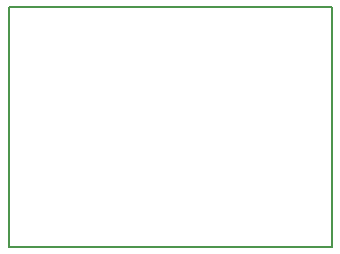
<source format=gbr>
%TF.GenerationSoftware,KiCad,Pcbnew,(5.0.0)*%
%TF.CreationDate,2018-10-05T06:04:53-03:00*%
%TF.ProjectId,LAVIGNA_GONZALO,4C415649474E415F474F4E5A414C4F2E,1*%
%TF.SameCoordinates,Original*%
%TF.FileFunction,Profile,NP*%
%FSLAX46Y46*%
G04 Gerber Fmt 4.6, Leading zero omitted, Abs format (unit mm)*
G04 Created by KiCad (PCBNEW (5.0.0)) date 10/05/18 06:04:53*
%MOMM*%
%LPD*%
G01*
G04 APERTURE LIST*
%ADD10C,0.150000*%
G04 APERTURE END LIST*
D10*
X114300000Y-82550000D02*
X114300000Y-62230000D01*
X141605000Y-82550000D02*
X114300000Y-82550000D01*
X141605000Y-62230000D02*
X141605000Y-82550000D01*
X114300000Y-62230000D02*
X141605000Y-62230000D01*
M02*

</source>
